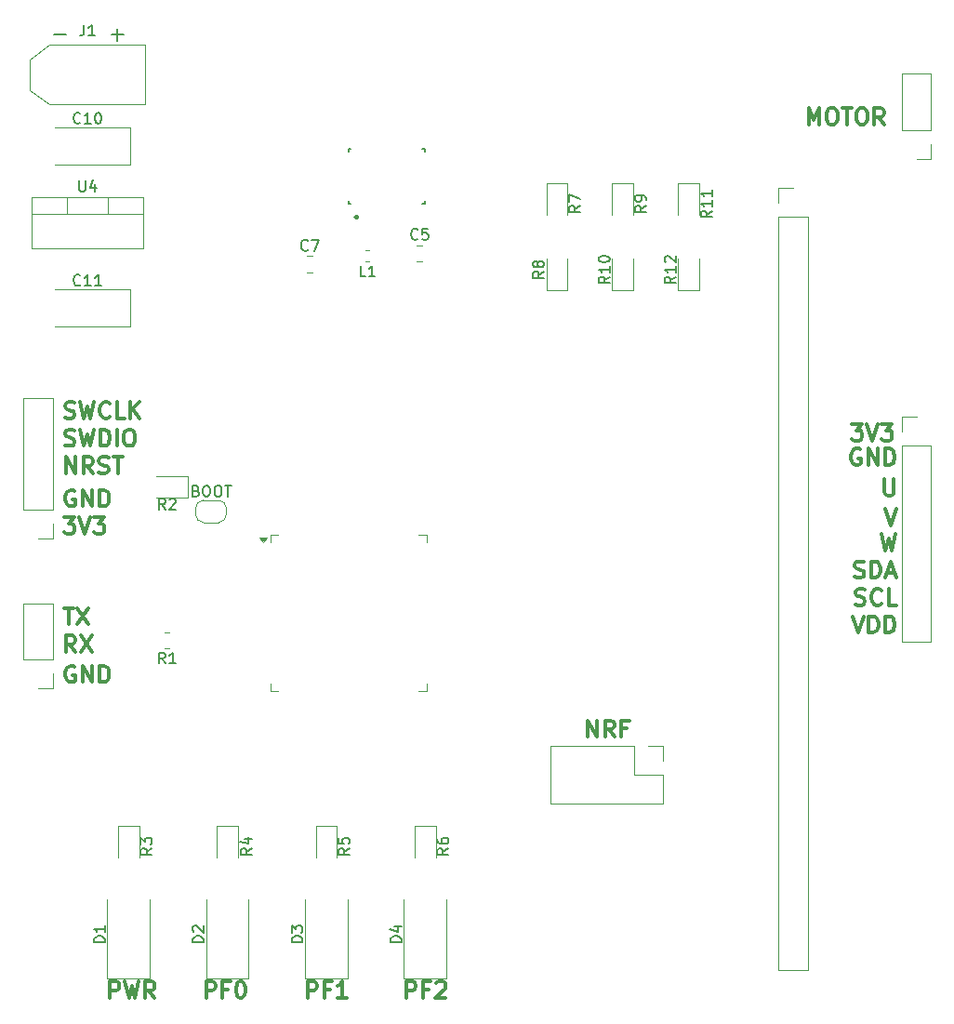
<source format=gbr>
%TF.GenerationSoftware,KiCad,Pcbnew,8.0.7*%
%TF.CreationDate,2025-04-02T17:47:29-05:00*%
%TF.ProjectId,FinalBoard,46696e61-6c42-46f6-9172-642e6b696361,rev?*%
%TF.SameCoordinates,Original*%
%TF.FileFunction,Legend,Top*%
%TF.FilePolarity,Positive*%
%FSLAX46Y46*%
G04 Gerber Fmt 4.6, Leading zero omitted, Abs format (unit mm)*
G04 Created by KiCad (PCBNEW 8.0.7) date 2025-04-02 17:47:29*
%MOMM*%
%LPD*%
G01*
G04 APERTURE LIST*
%ADD10C,0.300000*%
%ADD11C,0.150000*%
%ADD12C,0.120000*%
%ADD13C,0.250000*%
G04 APERTURE END LIST*
D10*
X187659773Y-60050828D02*
X187659773Y-58550828D01*
X187659773Y-58550828D02*
X188159773Y-59622257D01*
X188159773Y-59622257D02*
X188659773Y-58550828D01*
X188659773Y-58550828D02*
X188659773Y-60050828D01*
X189659774Y-58550828D02*
X189945488Y-58550828D01*
X189945488Y-58550828D02*
X190088345Y-58622257D01*
X190088345Y-58622257D02*
X190231202Y-58765114D01*
X190231202Y-58765114D02*
X190302631Y-59050828D01*
X190302631Y-59050828D02*
X190302631Y-59550828D01*
X190302631Y-59550828D02*
X190231202Y-59836542D01*
X190231202Y-59836542D02*
X190088345Y-59979400D01*
X190088345Y-59979400D02*
X189945488Y-60050828D01*
X189945488Y-60050828D02*
X189659774Y-60050828D01*
X189659774Y-60050828D02*
X189516917Y-59979400D01*
X189516917Y-59979400D02*
X189374059Y-59836542D01*
X189374059Y-59836542D02*
X189302631Y-59550828D01*
X189302631Y-59550828D02*
X189302631Y-59050828D01*
X189302631Y-59050828D02*
X189374059Y-58765114D01*
X189374059Y-58765114D02*
X189516917Y-58622257D01*
X189516917Y-58622257D02*
X189659774Y-58550828D01*
X190731203Y-58550828D02*
X191588346Y-58550828D01*
X191159774Y-60050828D02*
X191159774Y-58550828D01*
X192374060Y-58550828D02*
X192659774Y-58550828D01*
X192659774Y-58550828D02*
X192802631Y-58622257D01*
X192802631Y-58622257D02*
X192945488Y-58765114D01*
X192945488Y-58765114D02*
X193016917Y-59050828D01*
X193016917Y-59050828D02*
X193016917Y-59550828D01*
X193016917Y-59550828D02*
X192945488Y-59836542D01*
X192945488Y-59836542D02*
X192802631Y-59979400D01*
X192802631Y-59979400D02*
X192659774Y-60050828D01*
X192659774Y-60050828D02*
X192374060Y-60050828D01*
X192374060Y-60050828D02*
X192231203Y-59979400D01*
X192231203Y-59979400D02*
X192088345Y-59836542D01*
X192088345Y-59836542D02*
X192016917Y-59550828D01*
X192016917Y-59550828D02*
X192016917Y-59050828D01*
X192016917Y-59050828D02*
X192088345Y-58765114D01*
X192088345Y-58765114D02*
X192231203Y-58622257D01*
X192231203Y-58622257D02*
X192374060Y-58550828D01*
X194516917Y-60050828D02*
X194016917Y-59336542D01*
X193659774Y-60050828D02*
X193659774Y-58550828D01*
X193659774Y-58550828D02*
X194231203Y-58550828D01*
X194231203Y-58550828D02*
X194374060Y-58622257D01*
X194374060Y-58622257D02*
X194445489Y-58693685D01*
X194445489Y-58693685D02*
X194516917Y-58836542D01*
X194516917Y-58836542D02*
X194516917Y-59050828D01*
X194516917Y-59050828D02*
X194445489Y-59193685D01*
X194445489Y-59193685D02*
X194374060Y-59265114D01*
X194374060Y-59265114D02*
X194231203Y-59336542D01*
X194231203Y-59336542D02*
X193659774Y-59336542D01*
X191659775Y-104800828D02*
X192159775Y-106300828D01*
X192159775Y-106300828D02*
X192659775Y-104800828D01*
X193159774Y-106300828D02*
X193159774Y-104800828D01*
X193159774Y-104800828D02*
X193516917Y-104800828D01*
X193516917Y-104800828D02*
X193731203Y-104872257D01*
X193731203Y-104872257D02*
X193874060Y-105015114D01*
X193874060Y-105015114D02*
X193945489Y-105157971D01*
X193945489Y-105157971D02*
X194016917Y-105443685D01*
X194016917Y-105443685D02*
X194016917Y-105657971D01*
X194016917Y-105657971D02*
X193945489Y-105943685D01*
X193945489Y-105943685D02*
X193874060Y-106086542D01*
X193874060Y-106086542D02*
X193731203Y-106229400D01*
X193731203Y-106229400D02*
X193516917Y-106300828D01*
X193516917Y-106300828D02*
X193159774Y-106300828D01*
X194659774Y-106300828D02*
X194659774Y-104800828D01*
X194659774Y-104800828D02*
X195016917Y-104800828D01*
X195016917Y-104800828D02*
X195231203Y-104872257D01*
X195231203Y-104872257D02*
X195374060Y-105015114D01*
X195374060Y-105015114D02*
X195445489Y-105157971D01*
X195445489Y-105157971D02*
X195516917Y-105443685D01*
X195516917Y-105443685D02*
X195516917Y-105657971D01*
X195516917Y-105657971D02*
X195445489Y-105943685D01*
X195445489Y-105943685D02*
X195374060Y-106086542D01*
X195374060Y-106086542D02*
X195231203Y-106229400D01*
X195231203Y-106229400D02*
X195016917Y-106300828D01*
X195016917Y-106300828D02*
X194659774Y-106300828D01*
X191945489Y-103729400D02*
X192159775Y-103800828D01*
X192159775Y-103800828D02*
X192516917Y-103800828D01*
X192516917Y-103800828D02*
X192659775Y-103729400D01*
X192659775Y-103729400D02*
X192731203Y-103657971D01*
X192731203Y-103657971D02*
X192802632Y-103515114D01*
X192802632Y-103515114D02*
X192802632Y-103372257D01*
X192802632Y-103372257D02*
X192731203Y-103229400D01*
X192731203Y-103229400D02*
X192659775Y-103157971D01*
X192659775Y-103157971D02*
X192516917Y-103086542D01*
X192516917Y-103086542D02*
X192231203Y-103015114D01*
X192231203Y-103015114D02*
X192088346Y-102943685D01*
X192088346Y-102943685D02*
X192016917Y-102872257D01*
X192016917Y-102872257D02*
X191945489Y-102729400D01*
X191945489Y-102729400D02*
X191945489Y-102586542D01*
X191945489Y-102586542D02*
X192016917Y-102443685D01*
X192016917Y-102443685D02*
X192088346Y-102372257D01*
X192088346Y-102372257D02*
X192231203Y-102300828D01*
X192231203Y-102300828D02*
X192588346Y-102300828D01*
X192588346Y-102300828D02*
X192802632Y-102372257D01*
X194302631Y-103657971D02*
X194231203Y-103729400D01*
X194231203Y-103729400D02*
X194016917Y-103800828D01*
X194016917Y-103800828D02*
X193874060Y-103800828D01*
X193874060Y-103800828D02*
X193659774Y-103729400D01*
X193659774Y-103729400D02*
X193516917Y-103586542D01*
X193516917Y-103586542D02*
X193445488Y-103443685D01*
X193445488Y-103443685D02*
X193374060Y-103157971D01*
X193374060Y-103157971D02*
X193374060Y-102943685D01*
X193374060Y-102943685D02*
X193445488Y-102657971D01*
X193445488Y-102657971D02*
X193516917Y-102515114D01*
X193516917Y-102515114D02*
X193659774Y-102372257D01*
X193659774Y-102372257D02*
X193874060Y-102300828D01*
X193874060Y-102300828D02*
X194016917Y-102300828D01*
X194016917Y-102300828D02*
X194231203Y-102372257D01*
X194231203Y-102372257D02*
X194302631Y-102443685D01*
X195659774Y-103800828D02*
X194945488Y-103800828D01*
X194945488Y-103800828D02*
X194945488Y-102300828D01*
X191874061Y-101229400D02*
X192088347Y-101300828D01*
X192088347Y-101300828D02*
X192445489Y-101300828D01*
X192445489Y-101300828D02*
X192588347Y-101229400D01*
X192588347Y-101229400D02*
X192659775Y-101157971D01*
X192659775Y-101157971D02*
X192731204Y-101015114D01*
X192731204Y-101015114D02*
X192731204Y-100872257D01*
X192731204Y-100872257D02*
X192659775Y-100729400D01*
X192659775Y-100729400D02*
X192588347Y-100657971D01*
X192588347Y-100657971D02*
X192445489Y-100586542D01*
X192445489Y-100586542D02*
X192159775Y-100515114D01*
X192159775Y-100515114D02*
X192016918Y-100443685D01*
X192016918Y-100443685D02*
X191945489Y-100372257D01*
X191945489Y-100372257D02*
X191874061Y-100229400D01*
X191874061Y-100229400D02*
X191874061Y-100086542D01*
X191874061Y-100086542D02*
X191945489Y-99943685D01*
X191945489Y-99943685D02*
X192016918Y-99872257D01*
X192016918Y-99872257D02*
X192159775Y-99800828D01*
X192159775Y-99800828D02*
X192516918Y-99800828D01*
X192516918Y-99800828D02*
X192731204Y-99872257D01*
X193374060Y-101300828D02*
X193374060Y-99800828D01*
X193374060Y-99800828D02*
X193731203Y-99800828D01*
X193731203Y-99800828D02*
X193945489Y-99872257D01*
X193945489Y-99872257D02*
X194088346Y-100015114D01*
X194088346Y-100015114D02*
X194159775Y-100157971D01*
X194159775Y-100157971D02*
X194231203Y-100443685D01*
X194231203Y-100443685D02*
X194231203Y-100657971D01*
X194231203Y-100657971D02*
X194159775Y-100943685D01*
X194159775Y-100943685D02*
X194088346Y-101086542D01*
X194088346Y-101086542D02*
X193945489Y-101229400D01*
X193945489Y-101229400D02*
X193731203Y-101300828D01*
X193731203Y-101300828D02*
X193374060Y-101300828D01*
X194802632Y-100872257D02*
X195516918Y-100872257D01*
X194659775Y-101300828D02*
X195159775Y-99800828D01*
X195159775Y-99800828D02*
X195659775Y-101300828D01*
X194302631Y-97300828D02*
X194659774Y-98800828D01*
X194659774Y-98800828D02*
X194945488Y-97729400D01*
X194945488Y-97729400D02*
X195231203Y-98800828D01*
X195231203Y-98800828D02*
X195588346Y-97300828D01*
X194659775Y-95050828D02*
X195159775Y-96550828D01*
X195159775Y-96550828D02*
X195659775Y-95050828D01*
X194588345Y-92300828D02*
X194588345Y-93515114D01*
X194588345Y-93515114D02*
X194659774Y-93657971D01*
X194659774Y-93657971D02*
X194731203Y-93729400D01*
X194731203Y-93729400D02*
X194874060Y-93800828D01*
X194874060Y-93800828D02*
X195159774Y-93800828D01*
X195159774Y-93800828D02*
X195302631Y-93729400D01*
X195302631Y-93729400D02*
X195374060Y-93657971D01*
X195374060Y-93657971D02*
X195445488Y-93515114D01*
X195445488Y-93515114D02*
X195445488Y-92300828D01*
X192374060Y-89622257D02*
X192231203Y-89550828D01*
X192231203Y-89550828D02*
X192016917Y-89550828D01*
X192016917Y-89550828D02*
X191802631Y-89622257D01*
X191802631Y-89622257D02*
X191659774Y-89765114D01*
X191659774Y-89765114D02*
X191588345Y-89907971D01*
X191588345Y-89907971D02*
X191516917Y-90193685D01*
X191516917Y-90193685D02*
X191516917Y-90407971D01*
X191516917Y-90407971D02*
X191588345Y-90693685D01*
X191588345Y-90693685D02*
X191659774Y-90836542D01*
X191659774Y-90836542D02*
X191802631Y-90979400D01*
X191802631Y-90979400D02*
X192016917Y-91050828D01*
X192016917Y-91050828D02*
X192159774Y-91050828D01*
X192159774Y-91050828D02*
X192374060Y-90979400D01*
X192374060Y-90979400D02*
X192445488Y-90907971D01*
X192445488Y-90907971D02*
X192445488Y-90407971D01*
X192445488Y-90407971D02*
X192159774Y-90407971D01*
X193088345Y-91050828D02*
X193088345Y-89550828D01*
X193088345Y-89550828D02*
X193945488Y-91050828D01*
X193945488Y-91050828D02*
X193945488Y-89550828D01*
X194659774Y-91050828D02*
X194659774Y-89550828D01*
X194659774Y-89550828D02*
X195016917Y-89550828D01*
X195016917Y-89550828D02*
X195231203Y-89622257D01*
X195231203Y-89622257D02*
X195374060Y-89765114D01*
X195374060Y-89765114D02*
X195445489Y-89907971D01*
X195445489Y-89907971D02*
X195516917Y-90193685D01*
X195516917Y-90193685D02*
X195516917Y-90407971D01*
X195516917Y-90407971D02*
X195445489Y-90693685D01*
X195445489Y-90693685D02*
X195374060Y-90836542D01*
X195374060Y-90836542D02*
X195231203Y-90979400D01*
X195231203Y-90979400D02*
X195016917Y-91050828D01*
X195016917Y-91050828D02*
X194659774Y-91050828D01*
X191624061Y-87300828D02*
X192552633Y-87300828D01*
X192552633Y-87300828D02*
X192052633Y-87872257D01*
X192052633Y-87872257D02*
X192266918Y-87872257D01*
X192266918Y-87872257D02*
X192409776Y-87943685D01*
X192409776Y-87943685D02*
X192481204Y-88015114D01*
X192481204Y-88015114D02*
X192552633Y-88157971D01*
X192552633Y-88157971D02*
X192552633Y-88515114D01*
X192552633Y-88515114D02*
X192481204Y-88657971D01*
X192481204Y-88657971D02*
X192409776Y-88729400D01*
X192409776Y-88729400D02*
X192266918Y-88800828D01*
X192266918Y-88800828D02*
X191838347Y-88800828D01*
X191838347Y-88800828D02*
X191695490Y-88729400D01*
X191695490Y-88729400D02*
X191624061Y-88657971D01*
X192981204Y-87300828D02*
X193481204Y-88800828D01*
X193481204Y-88800828D02*
X193981204Y-87300828D01*
X194338346Y-87300828D02*
X195266918Y-87300828D01*
X195266918Y-87300828D02*
X194766918Y-87872257D01*
X194766918Y-87872257D02*
X194981203Y-87872257D01*
X194981203Y-87872257D02*
X195124061Y-87943685D01*
X195124061Y-87943685D02*
X195195489Y-88015114D01*
X195195489Y-88015114D02*
X195266918Y-88157971D01*
X195266918Y-88157971D02*
X195266918Y-88515114D01*
X195266918Y-88515114D02*
X195195489Y-88657971D01*
X195195489Y-88657971D02*
X195124061Y-88729400D01*
X195124061Y-88729400D02*
X194981203Y-88800828D01*
X194981203Y-88800828D02*
X194552632Y-88800828D01*
X194552632Y-88800828D02*
X194409775Y-88729400D01*
X194409775Y-88729400D02*
X194338346Y-88657971D01*
X151054510Y-139550828D02*
X151054510Y-138050828D01*
X151054510Y-138050828D02*
X151625939Y-138050828D01*
X151625939Y-138050828D02*
X151768796Y-138122257D01*
X151768796Y-138122257D02*
X151840225Y-138193685D01*
X151840225Y-138193685D02*
X151911653Y-138336542D01*
X151911653Y-138336542D02*
X151911653Y-138550828D01*
X151911653Y-138550828D02*
X151840225Y-138693685D01*
X151840225Y-138693685D02*
X151768796Y-138765114D01*
X151768796Y-138765114D02*
X151625939Y-138836542D01*
X151625939Y-138836542D02*
X151054510Y-138836542D01*
X153054510Y-138765114D02*
X152554510Y-138765114D01*
X152554510Y-139550828D02*
X152554510Y-138050828D01*
X152554510Y-138050828D02*
X153268796Y-138050828D01*
X153768796Y-138193685D02*
X153840224Y-138122257D01*
X153840224Y-138122257D02*
X153983082Y-138050828D01*
X153983082Y-138050828D02*
X154340224Y-138050828D01*
X154340224Y-138050828D02*
X154483082Y-138122257D01*
X154483082Y-138122257D02*
X154554510Y-138193685D01*
X154554510Y-138193685D02*
X154625939Y-138336542D01*
X154625939Y-138336542D02*
X154625939Y-138479400D01*
X154625939Y-138479400D02*
X154554510Y-138693685D01*
X154554510Y-138693685D02*
X153697367Y-139550828D01*
X153697367Y-139550828D02*
X154625939Y-139550828D01*
X142054510Y-139550828D02*
X142054510Y-138050828D01*
X142054510Y-138050828D02*
X142625939Y-138050828D01*
X142625939Y-138050828D02*
X142768796Y-138122257D01*
X142768796Y-138122257D02*
X142840225Y-138193685D01*
X142840225Y-138193685D02*
X142911653Y-138336542D01*
X142911653Y-138336542D02*
X142911653Y-138550828D01*
X142911653Y-138550828D02*
X142840225Y-138693685D01*
X142840225Y-138693685D02*
X142768796Y-138765114D01*
X142768796Y-138765114D02*
X142625939Y-138836542D01*
X142625939Y-138836542D02*
X142054510Y-138836542D01*
X144054510Y-138765114D02*
X143554510Y-138765114D01*
X143554510Y-139550828D02*
X143554510Y-138050828D01*
X143554510Y-138050828D02*
X144268796Y-138050828D01*
X145625939Y-139550828D02*
X144768796Y-139550828D01*
X145197367Y-139550828D02*
X145197367Y-138050828D01*
X145197367Y-138050828D02*
X145054510Y-138265114D01*
X145054510Y-138265114D02*
X144911653Y-138407971D01*
X144911653Y-138407971D02*
X144768796Y-138479400D01*
X132804510Y-139550828D02*
X132804510Y-138050828D01*
X132804510Y-138050828D02*
X133375939Y-138050828D01*
X133375939Y-138050828D02*
X133518796Y-138122257D01*
X133518796Y-138122257D02*
X133590225Y-138193685D01*
X133590225Y-138193685D02*
X133661653Y-138336542D01*
X133661653Y-138336542D02*
X133661653Y-138550828D01*
X133661653Y-138550828D02*
X133590225Y-138693685D01*
X133590225Y-138693685D02*
X133518796Y-138765114D01*
X133518796Y-138765114D02*
X133375939Y-138836542D01*
X133375939Y-138836542D02*
X132804510Y-138836542D01*
X134804510Y-138765114D02*
X134304510Y-138765114D01*
X134304510Y-139550828D02*
X134304510Y-138050828D01*
X134304510Y-138050828D02*
X135018796Y-138050828D01*
X135875939Y-138050828D02*
X136018796Y-138050828D01*
X136018796Y-138050828D02*
X136161653Y-138122257D01*
X136161653Y-138122257D02*
X136233082Y-138193685D01*
X136233082Y-138193685D02*
X136304510Y-138336542D01*
X136304510Y-138336542D02*
X136375939Y-138622257D01*
X136375939Y-138622257D02*
X136375939Y-138979400D01*
X136375939Y-138979400D02*
X136304510Y-139265114D01*
X136304510Y-139265114D02*
X136233082Y-139407971D01*
X136233082Y-139407971D02*
X136161653Y-139479400D01*
X136161653Y-139479400D02*
X136018796Y-139550828D01*
X136018796Y-139550828D02*
X135875939Y-139550828D01*
X135875939Y-139550828D02*
X135733082Y-139479400D01*
X135733082Y-139479400D02*
X135661653Y-139407971D01*
X135661653Y-139407971D02*
X135590224Y-139265114D01*
X135590224Y-139265114D02*
X135518796Y-138979400D01*
X135518796Y-138979400D02*
X135518796Y-138622257D01*
X135518796Y-138622257D02*
X135590224Y-138336542D01*
X135590224Y-138336542D02*
X135661653Y-138193685D01*
X135661653Y-138193685D02*
X135733082Y-138122257D01*
X135733082Y-138122257D02*
X135875939Y-138050828D01*
X124054510Y-139550828D02*
X124054510Y-138050828D01*
X124054510Y-138050828D02*
X124625939Y-138050828D01*
X124625939Y-138050828D02*
X124768796Y-138122257D01*
X124768796Y-138122257D02*
X124840225Y-138193685D01*
X124840225Y-138193685D02*
X124911653Y-138336542D01*
X124911653Y-138336542D02*
X124911653Y-138550828D01*
X124911653Y-138550828D02*
X124840225Y-138693685D01*
X124840225Y-138693685D02*
X124768796Y-138765114D01*
X124768796Y-138765114D02*
X124625939Y-138836542D01*
X124625939Y-138836542D02*
X124054510Y-138836542D01*
X125411653Y-138050828D02*
X125768796Y-139550828D01*
X125768796Y-139550828D02*
X126054510Y-138479400D01*
X126054510Y-138479400D02*
X126340225Y-139550828D01*
X126340225Y-139550828D02*
X126697368Y-138050828D01*
X128125939Y-139550828D02*
X127625939Y-138836542D01*
X127268796Y-139550828D02*
X127268796Y-138050828D01*
X127268796Y-138050828D02*
X127840225Y-138050828D01*
X127840225Y-138050828D02*
X127983082Y-138122257D01*
X127983082Y-138122257D02*
X128054511Y-138193685D01*
X128054511Y-138193685D02*
X128125939Y-138336542D01*
X128125939Y-138336542D02*
X128125939Y-138550828D01*
X128125939Y-138550828D02*
X128054511Y-138693685D01*
X128054511Y-138693685D02*
X127983082Y-138765114D01*
X127983082Y-138765114D02*
X127840225Y-138836542D01*
X127840225Y-138836542D02*
X127268796Y-138836542D01*
X167554510Y-115800828D02*
X167554510Y-114300828D01*
X167554510Y-114300828D02*
X168411653Y-115800828D01*
X168411653Y-115800828D02*
X168411653Y-114300828D01*
X169983082Y-115800828D02*
X169483082Y-115086542D01*
X169125939Y-115800828D02*
X169125939Y-114300828D01*
X169125939Y-114300828D02*
X169697368Y-114300828D01*
X169697368Y-114300828D02*
X169840225Y-114372257D01*
X169840225Y-114372257D02*
X169911654Y-114443685D01*
X169911654Y-114443685D02*
X169983082Y-114586542D01*
X169983082Y-114586542D02*
X169983082Y-114800828D01*
X169983082Y-114800828D02*
X169911654Y-114943685D01*
X169911654Y-114943685D02*
X169840225Y-115015114D01*
X169840225Y-115015114D02*
X169697368Y-115086542D01*
X169697368Y-115086542D02*
X169125939Y-115086542D01*
X171125939Y-115015114D02*
X170625939Y-115015114D01*
X170625939Y-115800828D02*
X170625939Y-114300828D01*
X170625939Y-114300828D02*
X171340225Y-114300828D01*
X120840225Y-109372257D02*
X120697368Y-109300828D01*
X120697368Y-109300828D02*
X120483082Y-109300828D01*
X120483082Y-109300828D02*
X120268796Y-109372257D01*
X120268796Y-109372257D02*
X120125939Y-109515114D01*
X120125939Y-109515114D02*
X120054510Y-109657971D01*
X120054510Y-109657971D02*
X119983082Y-109943685D01*
X119983082Y-109943685D02*
X119983082Y-110157971D01*
X119983082Y-110157971D02*
X120054510Y-110443685D01*
X120054510Y-110443685D02*
X120125939Y-110586542D01*
X120125939Y-110586542D02*
X120268796Y-110729400D01*
X120268796Y-110729400D02*
X120483082Y-110800828D01*
X120483082Y-110800828D02*
X120625939Y-110800828D01*
X120625939Y-110800828D02*
X120840225Y-110729400D01*
X120840225Y-110729400D02*
X120911653Y-110657971D01*
X120911653Y-110657971D02*
X120911653Y-110157971D01*
X120911653Y-110157971D02*
X120625939Y-110157971D01*
X121554510Y-110800828D02*
X121554510Y-109300828D01*
X121554510Y-109300828D02*
X122411653Y-110800828D01*
X122411653Y-110800828D02*
X122411653Y-109300828D01*
X123125939Y-110800828D02*
X123125939Y-109300828D01*
X123125939Y-109300828D02*
X123483082Y-109300828D01*
X123483082Y-109300828D02*
X123697368Y-109372257D01*
X123697368Y-109372257D02*
X123840225Y-109515114D01*
X123840225Y-109515114D02*
X123911654Y-109657971D01*
X123911654Y-109657971D02*
X123983082Y-109943685D01*
X123983082Y-109943685D02*
X123983082Y-110157971D01*
X123983082Y-110157971D02*
X123911654Y-110443685D01*
X123911654Y-110443685D02*
X123840225Y-110586542D01*
X123840225Y-110586542D02*
X123697368Y-110729400D01*
X123697368Y-110729400D02*
X123483082Y-110800828D01*
X123483082Y-110800828D02*
X123125939Y-110800828D01*
X120911653Y-108050828D02*
X120411653Y-107336542D01*
X120054510Y-108050828D02*
X120054510Y-106550828D01*
X120054510Y-106550828D02*
X120625939Y-106550828D01*
X120625939Y-106550828D02*
X120768796Y-106622257D01*
X120768796Y-106622257D02*
X120840225Y-106693685D01*
X120840225Y-106693685D02*
X120911653Y-106836542D01*
X120911653Y-106836542D02*
X120911653Y-107050828D01*
X120911653Y-107050828D02*
X120840225Y-107193685D01*
X120840225Y-107193685D02*
X120768796Y-107265114D01*
X120768796Y-107265114D02*
X120625939Y-107336542D01*
X120625939Y-107336542D02*
X120054510Y-107336542D01*
X121411653Y-106550828D02*
X122411653Y-108050828D01*
X122411653Y-106550828D02*
X121411653Y-108050828D01*
X119840225Y-104050828D02*
X120697368Y-104050828D01*
X120268796Y-105550828D02*
X120268796Y-104050828D01*
X121054510Y-104050828D02*
X122054510Y-105550828D01*
X122054510Y-104050828D02*
X121054510Y-105550828D01*
X119911653Y-95800828D02*
X120840225Y-95800828D01*
X120840225Y-95800828D02*
X120340225Y-96372257D01*
X120340225Y-96372257D02*
X120554510Y-96372257D01*
X120554510Y-96372257D02*
X120697368Y-96443685D01*
X120697368Y-96443685D02*
X120768796Y-96515114D01*
X120768796Y-96515114D02*
X120840225Y-96657971D01*
X120840225Y-96657971D02*
X120840225Y-97015114D01*
X120840225Y-97015114D02*
X120768796Y-97157971D01*
X120768796Y-97157971D02*
X120697368Y-97229400D01*
X120697368Y-97229400D02*
X120554510Y-97300828D01*
X120554510Y-97300828D02*
X120125939Y-97300828D01*
X120125939Y-97300828D02*
X119983082Y-97229400D01*
X119983082Y-97229400D02*
X119911653Y-97157971D01*
X121268796Y-95800828D02*
X121768796Y-97300828D01*
X121768796Y-97300828D02*
X122268796Y-95800828D01*
X122625938Y-95800828D02*
X123554510Y-95800828D01*
X123554510Y-95800828D02*
X123054510Y-96372257D01*
X123054510Y-96372257D02*
X123268795Y-96372257D01*
X123268795Y-96372257D02*
X123411653Y-96443685D01*
X123411653Y-96443685D02*
X123483081Y-96515114D01*
X123483081Y-96515114D02*
X123554510Y-96657971D01*
X123554510Y-96657971D02*
X123554510Y-97015114D01*
X123554510Y-97015114D02*
X123483081Y-97157971D01*
X123483081Y-97157971D02*
X123411653Y-97229400D01*
X123411653Y-97229400D02*
X123268795Y-97300828D01*
X123268795Y-97300828D02*
X122840224Y-97300828D01*
X122840224Y-97300828D02*
X122697367Y-97229400D01*
X122697367Y-97229400D02*
X122625938Y-97157971D01*
X120840225Y-93372257D02*
X120697368Y-93300828D01*
X120697368Y-93300828D02*
X120483082Y-93300828D01*
X120483082Y-93300828D02*
X120268796Y-93372257D01*
X120268796Y-93372257D02*
X120125939Y-93515114D01*
X120125939Y-93515114D02*
X120054510Y-93657971D01*
X120054510Y-93657971D02*
X119983082Y-93943685D01*
X119983082Y-93943685D02*
X119983082Y-94157971D01*
X119983082Y-94157971D02*
X120054510Y-94443685D01*
X120054510Y-94443685D02*
X120125939Y-94586542D01*
X120125939Y-94586542D02*
X120268796Y-94729400D01*
X120268796Y-94729400D02*
X120483082Y-94800828D01*
X120483082Y-94800828D02*
X120625939Y-94800828D01*
X120625939Y-94800828D02*
X120840225Y-94729400D01*
X120840225Y-94729400D02*
X120911653Y-94657971D01*
X120911653Y-94657971D02*
X120911653Y-94157971D01*
X120911653Y-94157971D02*
X120625939Y-94157971D01*
X121554510Y-94800828D02*
X121554510Y-93300828D01*
X121554510Y-93300828D02*
X122411653Y-94800828D01*
X122411653Y-94800828D02*
X122411653Y-93300828D01*
X123125939Y-94800828D02*
X123125939Y-93300828D01*
X123125939Y-93300828D02*
X123483082Y-93300828D01*
X123483082Y-93300828D02*
X123697368Y-93372257D01*
X123697368Y-93372257D02*
X123840225Y-93515114D01*
X123840225Y-93515114D02*
X123911654Y-93657971D01*
X123911654Y-93657971D02*
X123983082Y-93943685D01*
X123983082Y-93943685D02*
X123983082Y-94157971D01*
X123983082Y-94157971D02*
X123911654Y-94443685D01*
X123911654Y-94443685D02*
X123840225Y-94586542D01*
X123840225Y-94586542D02*
X123697368Y-94729400D01*
X123697368Y-94729400D02*
X123483082Y-94800828D01*
X123483082Y-94800828D02*
X123125939Y-94800828D01*
X120054510Y-91800828D02*
X120054510Y-90300828D01*
X120054510Y-90300828D02*
X120911653Y-91800828D01*
X120911653Y-91800828D02*
X120911653Y-90300828D01*
X122483082Y-91800828D02*
X121983082Y-91086542D01*
X121625939Y-91800828D02*
X121625939Y-90300828D01*
X121625939Y-90300828D02*
X122197368Y-90300828D01*
X122197368Y-90300828D02*
X122340225Y-90372257D01*
X122340225Y-90372257D02*
X122411654Y-90443685D01*
X122411654Y-90443685D02*
X122483082Y-90586542D01*
X122483082Y-90586542D02*
X122483082Y-90800828D01*
X122483082Y-90800828D02*
X122411654Y-90943685D01*
X122411654Y-90943685D02*
X122340225Y-91015114D01*
X122340225Y-91015114D02*
X122197368Y-91086542D01*
X122197368Y-91086542D02*
X121625939Y-91086542D01*
X123054511Y-91729400D02*
X123268797Y-91800828D01*
X123268797Y-91800828D02*
X123625939Y-91800828D01*
X123625939Y-91800828D02*
X123768797Y-91729400D01*
X123768797Y-91729400D02*
X123840225Y-91657971D01*
X123840225Y-91657971D02*
X123911654Y-91515114D01*
X123911654Y-91515114D02*
X123911654Y-91372257D01*
X123911654Y-91372257D02*
X123840225Y-91229400D01*
X123840225Y-91229400D02*
X123768797Y-91157971D01*
X123768797Y-91157971D02*
X123625939Y-91086542D01*
X123625939Y-91086542D02*
X123340225Y-91015114D01*
X123340225Y-91015114D02*
X123197368Y-90943685D01*
X123197368Y-90943685D02*
X123125939Y-90872257D01*
X123125939Y-90872257D02*
X123054511Y-90729400D01*
X123054511Y-90729400D02*
X123054511Y-90586542D01*
X123054511Y-90586542D02*
X123125939Y-90443685D01*
X123125939Y-90443685D02*
X123197368Y-90372257D01*
X123197368Y-90372257D02*
X123340225Y-90300828D01*
X123340225Y-90300828D02*
X123697368Y-90300828D01*
X123697368Y-90300828D02*
X123911654Y-90372257D01*
X124340225Y-90300828D02*
X125197368Y-90300828D01*
X124768796Y-91800828D02*
X124768796Y-90300828D01*
X119983082Y-89229400D02*
X120197368Y-89300828D01*
X120197368Y-89300828D02*
X120554510Y-89300828D01*
X120554510Y-89300828D02*
X120697368Y-89229400D01*
X120697368Y-89229400D02*
X120768796Y-89157971D01*
X120768796Y-89157971D02*
X120840225Y-89015114D01*
X120840225Y-89015114D02*
X120840225Y-88872257D01*
X120840225Y-88872257D02*
X120768796Y-88729400D01*
X120768796Y-88729400D02*
X120697368Y-88657971D01*
X120697368Y-88657971D02*
X120554510Y-88586542D01*
X120554510Y-88586542D02*
X120268796Y-88515114D01*
X120268796Y-88515114D02*
X120125939Y-88443685D01*
X120125939Y-88443685D02*
X120054510Y-88372257D01*
X120054510Y-88372257D02*
X119983082Y-88229400D01*
X119983082Y-88229400D02*
X119983082Y-88086542D01*
X119983082Y-88086542D02*
X120054510Y-87943685D01*
X120054510Y-87943685D02*
X120125939Y-87872257D01*
X120125939Y-87872257D02*
X120268796Y-87800828D01*
X120268796Y-87800828D02*
X120625939Y-87800828D01*
X120625939Y-87800828D02*
X120840225Y-87872257D01*
X121340224Y-87800828D02*
X121697367Y-89300828D01*
X121697367Y-89300828D02*
X121983081Y-88229400D01*
X121983081Y-88229400D02*
X122268796Y-89300828D01*
X122268796Y-89300828D02*
X122625939Y-87800828D01*
X123197367Y-89300828D02*
X123197367Y-87800828D01*
X123197367Y-87800828D02*
X123554510Y-87800828D01*
X123554510Y-87800828D02*
X123768796Y-87872257D01*
X123768796Y-87872257D02*
X123911653Y-88015114D01*
X123911653Y-88015114D02*
X123983082Y-88157971D01*
X123983082Y-88157971D02*
X124054510Y-88443685D01*
X124054510Y-88443685D02*
X124054510Y-88657971D01*
X124054510Y-88657971D02*
X123983082Y-88943685D01*
X123983082Y-88943685D02*
X123911653Y-89086542D01*
X123911653Y-89086542D02*
X123768796Y-89229400D01*
X123768796Y-89229400D02*
X123554510Y-89300828D01*
X123554510Y-89300828D02*
X123197367Y-89300828D01*
X124697367Y-89300828D02*
X124697367Y-87800828D01*
X125697368Y-87800828D02*
X125983082Y-87800828D01*
X125983082Y-87800828D02*
X126125939Y-87872257D01*
X126125939Y-87872257D02*
X126268796Y-88015114D01*
X126268796Y-88015114D02*
X126340225Y-88300828D01*
X126340225Y-88300828D02*
X126340225Y-88800828D01*
X126340225Y-88800828D02*
X126268796Y-89086542D01*
X126268796Y-89086542D02*
X126125939Y-89229400D01*
X126125939Y-89229400D02*
X125983082Y-89300828D01*
X125983082Y-89300828D02*
X125697368Y-89300828D01*
X125697368Y-89300828D02*
X125554511Y-89229400D01*
X125554511Y-89229400D02*
X125411653Y-89086542D01*
X125411653Y-89086542D02*
X125340225Y-88800828D01*
X125340225Y-88800828D02*
X125340225Y-88300828D01*
X125340225Y-88300828D02*
X125411653Y-88015114D01*
X125411653Y-88015114D02*
X125554511Y-87872257D01*
X125554511Y-87872257D02*
X125697368Y-87800828D01*
X119983082Y-86729400D02*
X120197368Y-86800828D01*
X120197368Y-86800828D02*
X120554510Y-86800828D01*
X120554510Y-86800828D02*
X120697368Y-86729400D01*
X120697368Y-86729400D02*
X120768796Y-86657971D01*
X120768796Y-86657971D02*
X120840225Y-86515114D01*
X120840225Y-86515114D02*
X120840225Y-86372257D01*
X120840225Y-86372257D02*
X120768796Y-86229400D01*
X120768796Y-86229400D02*
X120697368Y-86157971D01*
X120697368Y-86157971D02*
X120554510Y-86086542D01*
X120554510Y-86086542D02*
X120268796Y-86015114D01*
X120268796Y-86015114D02*
X120125939Y-85943685D01*
X120125939Y-85943685D02*
X120054510Y-85872257D01*
X120054510Y-85872257D02*
X119983082Y-85729400D01*
X119983082Y-85729400D02*
X119983082Y-85586542D01*
X119983082Y-85586542D02*
X120054510Y-85443685D01*
X120054510Y-85443685D02*
X120125939Y-85372257D01*
X120125939Y-85372257D02*
X120268796Y-85300828D01*
X120268796Y-85300828D02*
X120625939Y-85300828D01*
X120625939Y-85300828D02*
X120840225Y-85372257D01*
X121340224Y-85300828D02*
X121697367Y-86800828D01*
X121697367Y-86800828D02*
X121983081Y-85729400D01*
X121983081Y-85729400D02*
X122268796Y-86800828D01*
X122268796Y-86800828D02*
X122625939Y-85300828D01*
X124054510Y-86657971D02*
X123983082Y-86729400D01*
X123983082Y-86729400D02*
X123768796Y-86800828D01*
X123768796Y-86800828D02*
X123625939Y-86800828D01*
X123625939Y-86800828D02*
X123411653Y-86729400D01*
X123411653Y-86729400D02*
X123268796Y-86586542D01*
X123268796Y-86586542D02*
X123197367Y-86443685D01*
X123197367Y-86443685D02*
X123125939Y-86157971D01*
X123125939Y-86157971D02*
X123125939Y-85943685D01*
X123125939Y-85943685D02*
X123197367Y-85657971D01*
X123197367Y-85657971D02*
X123268796Y-85515114D01*
X123268796Y-85515114D02*
X123411653Y-85372257D01*
X123411653Y-85372257D02*
X123625939Y-85300828D01*
X123625939Y-85300828D02*
X123768796Y-85300828D01*
X123768796Y-85300828D02*
X123983082Y-85372257D01*
X123983082Y-85372257D02*
X124054510Y-85443685D01*
X125411653Y-86800828D02*
X124697367Y-86800828D01*
X124697367Y-86800828D02*
X124697367Y-85300828D01*
X125911653Y-86800828D02*
X125911653Y-85300828D01*
X126768796Y-86800828D02*
X126125939Y-85943685D01*
X126768796Y-85300828D02*
X125911653Y-86157971D01*
D11*
X121238095Y-65129819D02*
X121238095Y-65939342D01*
X121238095Y-65939342D02*
X121285714Y-66034580D01*
X121285714Y-66034580D02*
X121333333Y-66082200D01*
X121333333Y-66082200D02*
X121428571Y-66129819D01*
X121428571Y-66129819D02*
X121619047Y-66129819D01*
X121619047Y-66129819D02*
X121714285Y-66082200D01*
X121714285Y-66082200D02*
X121761904Y-66034580D01*
X121761904Y-66034580D02*
X121809523Y-65939342D01*
X121809523Y-65939342D02*
X121809523Y-65129819D01*
X122714285Y-65463152D02*
X122714285Y-66129819D01*
X122476190Y-65082200D02*
X122238095Y-65796485D01*
X122238095Y-65796485D02*
X122857142Y-65796485D01*
X175554819Y-73892857D02*
X175078628Y-74226190D01*
X175554819Y-74464285D02*
X174554819Y-74464285D01*
X174554819Y-74464285D02*
X174554819Y-74083333D01*
X174554819Y-74083333D02*
X174602438Y-73988095D01*
X174602438Y-73988095D02*
X174650057Y-73940476D01*
X174650057Y-73940476D02*
X174745295Y-73892857D01*
X174745295Y-73892857D02*
X174888152Y-73892857D01*
X174888152Y-73892857D02*
X174983390Y-73940476D01*
X174983390Y-73940476D02*
X175031009Y-73988095D01*
X175031009Y-73988095D02*
X175078628Y-74083333D01*
X175078628Y-74083333D02*
X175078628Y-74464285D01*
X175554819Y-72940476D02*
X175554819Y-73511904D01*
X175554819Y-73226190D02*
X174554819Y-73226190D01*
X174554819Y-73226190D02*
X174697676Y-73321428D01*
X174697676Y-73321428D02*
X174792914Y-73416666D01*
X174792914Y-73416666D02*
X174840533Y-73511904D01*
X174650057Y-72559523D02*
X174602438Y-72511904D01*
X174602438Y-72511904D02*
X174554819Y-72416666D01*
X174554819Y-72416666D02*
X174554819Y-72178571D01*
X174554819Y-72178571D02*
X174602438Y-72083333D01*
X174602438Y-72083333D02*
X174650057Y-72035714D01*
X174650057Y-72035714D02*
X174745295Y-71988095D01*
X174745295Y-71988095D02*
X174840533Y-71988095D01*
X174840533Y-71988095D02*
X174983390Y-72035714D01*
X174983390Y-72035714D02*
X175554819Y-72607142D01*
X175554819Y-72607142D02*
X175554819Y-71988095D01*
X178854819Y-67892857D02*
X178378628Y-68226190D01*
X178854819Y-68464285D02*
X177854819Y-68464285D01*
X177854819Y-68464285D02*
X177854819Y-68083333D01*
X177854819Y-68083333D02*
X177902438Y-67988095D01*
X177902438Y-67988095D02*
X177950057Y-67940476D01*
X177950057Y-67940476D02*
X178045295Y-67892857D01*
X178045295Y-67892857D02*
X178188152Y-67892857D01*
X178188152Y-67892857D02*
X178283390Y-67940476D01*
X178283390Y-67940476D02*
X178331009Y-67988095D01*
X178331009Y-67988095D02*
X178378628Y-68083333D01*
X178378628Y-68083333D02*
X178378628Y-68464285D01*
X178854819Y-66940476D02*
X178854819Y-67511904D01*
X178854819Y-67226190D02*
X177854819Y-67226190D01*
X177854819Y-67226190D02*
X177997676Y-67321428D01*
X177997676Y-67321428D02*
X178092914Y-67416666D01*
X178092914Y-67416666D02*
X178140533Y-67511904D01*
X178854819Y-65988095D02*
X178854819Y-66559523D01*
X178854819Y-66273809D02*
X177854819Y-66273809D01*
X177854819Y-66273809D02*
X177997676Y-66369047D01*
X177997676Y-66369047D02*
X178092914Y-66464285D01*
X178092914Y-66464285D02*
X178140533Y-66559523D01*
X169554819Y-73892857D02*
X169078628Y-74226190D01*
X169554819Y-74464285D02*
X168554819Y-74464285D01*
X168554819Y-74464285D02*
X168554819Y-74083333D01*
X168554819Y-74083333D02*
X168602438Y-73988095D01*
X168602438Y-73988095D02*
X168650057Y-73940476D01*
X168650057Y-73940476D02*
X168745295Y-73892857D01*
X168745295Y-73892857D02*
X168888152Y-73892857D01*
X168888152Y-73892857D02*
X168983390Y-73940476D01*
X168983390Y-73940476D02*
X169031009Y-73988095D01*
X169031009Y-73988095D02*
X169078628Y-74083333D01*
X169078628Y-74083333D02*
X169078628Y-74464285D01*
X169554819Y-72940476D02*
X169554819Y-73511904D01*
X169554819Y-73226190D02*
X168554819Y-73226190D01*
X168554819Y-73226190D02*
X168697676Y-73321428D01*
X168697676Y-73321428D02*
X168792914Y-73416666D01*
X168792914Y-73416666D02*
X168840533Y-73511904D01*
X168554819Y-72321428D02*
X168554819Y-72226190D01*
X168554819Y-72226190D02*
X168602438Y-72130952D01*
X168602438Y-72130952D02*
X168650057Y-72083333D01*
X168650057Y-72083333D02*
X168745295Y-72035714D01*
X168745295Y-72035714D02*
X168935771Y-71988095D01*
X168935771Y-71988095D02*
X169173866Y-71988095D01*
X169173866Y-71988095D02*
X169364342Y-72035714D01*
X169364342Y-72035714D02*
X169459580Y-72083333D01*
X169459580Y-72083333D02*
X169507200Y-72130952D01*
X169507200Y-72130952D02*
X169554819Y-72226190D01*
X169554819Y-72226190D02*
X169554819Y-72321428D01*
X169554819Y-72321428D02*
X169507200Y-72416666D01*
X169507200Y-72416666D02*
X169459580Y-72464285D01*
X169459580Y-72464285D02*
X169364342Y-72511904D01*
X169364342Y-72511904D02*
X169173866Y-72559523D01*
X169173866Y-72559523D02*
X168935771Y-72559523D01*
X168935771Y-72559523D02*
X168745295Y-72511904D01*
X168745295Y-72511904D02*
X168650057Y-72464285D01*
X168650057Y-72464285D02*
X168602438Y-72416666D01*
X168602438Y-72416666D02*
X168554819Y-72321428D01*
X172854819Y-67416666D02*
X172378628Y-67749999D01*
X172854819Y-67988094D02*
X171854819Y-67988094D01*
X171854819Y-67988094D02*
X171854819Y-67607142D01*
X171854819Y-67607142D02*
X171902438Y-67511904D01*
X171902438Y-67511904D02*
X171950057Y-67464285D01*
X171950057Y-67464285D02*
X172045295Y-67416666D01*
X172045295Y-67416666D02*
X172188152Y-67416666D01*
X172188152Y-67416666D02*
X172283390Y-67464285D01*
X172283390Y-67464285D02*
X172331009Y-67511904D01*
X172331009Y-67511904D02*
X172378628Y-67607142D01*
X172378628Y-67607142D02*
X172378628Y-67988094D01*
X172854819Y-66940475D02*
X172854819Y-66749999D01*
X172854819Y-66749999D02*
X172807200Y-66654761D01*
X172807200Y-66654761D02*
X172759580Y-66607142D01*
X172759580Y-66607142D02*
X172616723Y-66511904D01*
X172616723Y-66511904D02*
X172426247Y-66464285D01*
X172426247Y-66464285D02*
X172045295Y-66464285D01*
X172045295Y-66464285D02*
X171950057Y-66511904D01*
X171950057Y-66511904D02*
X171902438Y-66559523D01*
X171902438Y-66559523D02*
X171854819Y-66654761D01*
X171854819Y-66654761D02*
X171854819Y-66845237D01*
X171854819Y-66845237D02*
X171902438Y-66940475D01*
X171902438Y-66940475D02*
X171950057Y-66988094D01*
X171950057Y-66988094D02*
X172045295Y-67035713D01*
X172045295Y-67035713D02*
X172283390Y-67035713D01*
X172283390Y-67035713D02*
X172378628Y-66988094D01*
X172378628Y-66988094D02*
X172426247Y-66940475D01*
X172426247Y-66940475D02*
X172473866Y-66845237D01*
X172473866Y-66845237D02*
X172473866Y-66654761D01*
X172473866Y-66654761D02*
X172426247Y-66559523D01*
X172426247Y-66559523D02*
X172378628Y-66511904D01*
X172378628Y-66511904D02*
X172283390Y-66464285D01*
X163554819Y-73416666D02*
X163078628Y-73749999D01*
X163554819Y-73988094D02*
X162554819Y-73988094D01*
X162554819Y-73988094D02*
X162554819Y-73607142D01*
X162554819Y-73607142D02*
X162602438Y-73511904D01*
X162602438Y-73511904D02*
X162650057Y-73464285D01*
X162650057Y-73464285D02*
X162745295Y-73416666D01*
X162745295Y-73416666D02*
X162888152Y-73416666D01*
X162888152Y-73416666D02*
X162983390Y-73464285D01*
X162983390Y-73464285D02*
X163031009Y-73511904D01*
X163031009Y-73511904D02*
X163078628Y-73607142D01*
X163078628Y-73607142D02*
X163078628Y-73988094D01*
X162983390Y-72845237D02*
X162935771Y-72940475D01*
X162935771Y-72940475D02*
X162888152Y-72988094D01*
X162888152Y-72988094D02*
X162792914Y-73035713D01*
X162792914Y-73035713D02*
X162745295Y-73035713D01*
X162745295Y-73035713D02*
X162650057Y-72988094D01*
X162650057Y-72988094D02*
X162602438Y-72940475D01*
X162602438Y-72940475D02*
X162554819Y-72845237D01*
X162554819Y-72845237D02*
X162554819Y-72654761D01*
X162554819Y-72654761D02*
X162602438Y-72559523D01*
X162602438Y-72559523D02*
X162650057Y-72511904D01*
X162650057Y-72511904D02*
X162745295Y-72464285D01*
X162745295Y-72464285D02*
X162792914Y-72464285D01*
X162792914Y-72464285D02*
X162888152Y-72511904D01*
X162888152Y-72511904D02*
X162935771Y-72559523D01*
X162935771Y-72559523D02*
X162983390Y-72654761D01*
X162983390Y-72654761D02*
X162983390Y-72845237D01*
X162983390Y-72845237D02*
X163031009Y-72940475D01*
X163031009Y-72940475D02*
X163078628Y-72988094D01*
X163078628Y-72988094D02*
X163173866Y-73035713D01*
X163173866Y-73035713D02*
X163364342Y-73035713D01*
X163364342Y-73035713D02*
X163459580Y-72988094D01*
X163459580Y-72988094D02*
X163507200Y-72940475D01*
X163507200Y-72940475D02*
X163554819Y-72845237D01*
X163554819Y-72845237D02*
X163554819Y-72654761D01*
X163554819Y-72654761D02*
X163507200Y-72559523D01*
X163507200Y-72559523D02*
X163459580Y-72511904D01*
X163459580Y-72511904D02*
X163364342Y-72464285D01*
X163364342Y-72464285D02*
X163173866Y-72464285D01*
X163173866Y-72464285D02*
X163078628Y-72511904D01*
X163078628Y-72511904D02*
X163031009Y-72559523D01*
X163031009Y-72559523D02*
X162983390Y-72654761D01*
X166854819Y-67416666D02*
X166378628Y-67749999D01*
X166854819Y-67988094D02*
X165854819Y-67988094D01*
X165854819Y-67988094D02*
X165854819Y-67607142D01*
X165854819Y-67607142D02*
X165902438Y-67511904D01*
X165902438Y-67511904D02*
X165950057Y-67464285D01*
X165950057Y-67464285D02*
X166045295Y-67416666D01*
X166045295Y-67416666D02*
X166188152Y-67416666D01*
X166188152Y-67416666D02*
X166283390Y-67464285D01*
X166283390Y-67464285D02*
X166331009Y-67511904D01*
X166331009Y-67511904D02*
X166378628Y-67607142D01*
X166378628Y-67607142D02*
X166378628Y-67988094D01*
X165854819Y-67083332D02*
X165854819Y-66416666D01*
X165854819Y-66416666D02*
X166854819Y-66845237D01*
X154854819Y-125916666D02*
X154378628Y-126249999D01*
X154854819Y-126488094D02*
X153854819Y-126488094D01*
X153854819Y-126488094D02*
X153854819Y-126107142D01*
X153854819Y-126107142D02*
X153902438Y-126011904D01*
X153902438Y-126011904D02*
X153950057Y-125964285D01*
X153950057Y-125964285D02*
X154045295Y-125916666D01*
X154045295Y-125916666D02*
X154188152Y-125916666D01*
X154188152Y-125916666D02*
X154283390Y-125964285D01*
X154283390Y-125964285D02*
X154331009Y-126011904D01*
X154331009Y-126011904D02*
X154378628Y-126107142D01*
X154378628Y-126107142D02*
X154378628Y-126488094D01*
X153854819Y-125059523D02*
X153854819Y-125249999D01*
X153854819Y-125249999D02*
X153902438Y-125345237D01*
X153902438Y-125345237D02*
X153950057Y-125392856D01*
X153950057Y-125392856D02*
X154092914Y-125488094D01*
X154092914Y-125488094D02*
X154283390Y-125535713D01*
X154283390Y-125535713D02*
X154664342Y-125535713D01*
X154664342Y-125535713D02*
X154759580Y-125488094D01*
X154759580Y-125488094D02*
X154807200Y-125440475D01*
X154807200Y-125440475D02*
X154854819Y-125345237D01*
X154854819Y-125345237D02*
X154854819Y-125154761D01*
X154854819Y-125154761D02*
X154807200Y-125059523D01*
X154807200Y-125059523D02*
X154759580Y-125011904D01*
X154759580Y-125011904D02*
X154664342Y-124964285D01*
X154664342Y-124964285D02*
X154426247Y-124964285D01*
X154426247Y-124964285D02*
X154331009Y-125011904D01*
X154331009Y-125011904D02*
X154283390Y-125059523D01*
X154283390Y-125059523D02*
X154235771Y-125154761D01*
X154235771Y-125154761D02*
X154235771Y-125345237D01*
X154235771Y-125345237D02*
X154283390Y-125440475D01*
X154283390Y-125440475D02*
X154331009Y-125488094D01*
X154331009Y-125488094D02*
X154426247Y-125535713D01*
X145854819Y-125916666D02*
X145378628Y-126249999D01*
X145854819Y-126488094D02*
X144854819Y-126488094D01*
X144854819Y-126488094D02*
X144854819Y-126107142D01*
X144854819Y-126107142D02*
X144902438Y-126011904D01*
X144902438Y-126011904D02*
X144950057Y-125964285D01*
X144950057Y-125964285D02*
X145045295Y-125916666D01*
X145045295Y-125916666D02*
X145188152Y-125916666D01*
X145188152Y-125916666D02*
X145283390Y-125964285D01*
X145283390Y-125964285D02*
X145331009Y-126011904D01*
X145331009Y-126011904D02*
X145378628Y-126107142D01*
X145378628Y-126107142D02*
X145378628Y-126488094D01*
X144854819Y-125011904D02*
X144854819Y-125488094D01*
X144854819Y-125488094D02*
X145331009Y-125535713D01*
X145331009Y-125535713D02*
X145283390Y-125488094D01*
X145283390Y-125488094D02*
X145235771Y-125392856D01*
X145235771Y-125392856D02*
X145235771Y-125154761D01*
X145235771Y-125154761D02*
X145283390Y-125059523D01*
X145283390Y-125059523D02*
X145331009Y-125011904D01*
X145331009Y-125011904D02*
X145426247Y-124964285D01*
X145426247Y-124964285D02*
X145664342Y-124964285D01*
X145664342Y-124964285D02*
X145759580Y-125011904D01*
X145759580Y-125011904D02*
X145807200Y-125059523D01*
X145807200Y-125059523D02*
X145854819Y-125154761D01*
X145854819Y-125154761D02*
X145854819Y-125392856D01*
X145854819Y-125392856D02*
X145807200Y-125488094D01*
X145807200Y-125488094D02*
X145759580Y-125535713D01*
X136954819Y-125916666D02*
X136478628Y-126249999D01*
X136954819Y-126488094D02*
X135954819Y-126488094D01*
X135954819Y-126488094D02*
X135954819Y-126107142D01*
X135954819Y-126107142D02*
X136002438Y-126011904D01*
X136002438Y-126011904D02*
X136050057Y-125964285D01*
X136050057Y-125964285D02*
X136145295Y-125916666D01*
X136145295Y-125916666D02*
X136288152Y-125916666D01*
X136288152Y-125916666D02*
X136383390Y-125964285D01*
X136383390Y-125964285D02*
X136431009Y-126011904D01*
X136431009Y-126011904D02*
X136478628Y-126107142D01*
X136478628Y-126107142D02*
X136478628Y-126488094D01*
X136288152Y-125059523D02*
X136954819Y-125059523D01*
X135907200Y-125297618D02*
X136621485Y-125535713D01*
X136621485Y-125535713D02*
X136621485Y-124916666D01*
X127854819Y-125916666D02*
X127378628Y-126249999D01*
X127854819Y-126488094D02*
X126854819Y-126488094D01*
X126854819Y-126488094D02*
X126854819Y-126107142D01*
X126854819Y-126107142D02*
X126902438Y-126011904D01*
X126902438Y-126011904D02*
X126950057Y-125964285D01*
X126950057Y-125964285D02*
X127045295Y-125916666D01*
X127045295Y-125916666D02*
X127188152Y-125916666D01*
X127188152Y-125916666D02*
X127283390Y-125964285D01*
X127283390Y-125964285D02*
X127331009Y-126011904D01*
X127331009Y-126011904D02*
X127378628Y-126107142D01*
X127378628Y-126107142D02*
X127378628Y-126488094D01*
X126854819Y-125583332D02*
X126854819Y-124964285D01*
X126854819Y-124964285D02*
X127235771Y-125297618D01*
X127235771Y-125297618D02*
X127235771Y-125154761D01*
X127235771Y-125154761D02*
X127283390Y-125059523D01*
X127283390Y-125059523D02*
X127331009Y-125011904D01*
X127331009Y-125011904D02*
X127426247Y-124964285D01*
X127426247Y-124964285D02*
X127664342Y-124964285D01*
X127664342Y-124964285D02*
X127759580Y-125011904D01*
X127759580Y-125011904D02*
X127807200Y-125059523D01*
X127807200Y-125059523D02*
X127854819Y-125154761D01*
X127854819Y-125154761D02*
X127854819Y-125440475D01*
X127854819Y-125440475D02*
X127807200Y-125535713D01*
X127807200Y-125535713D02*
X127759580Y-125583332D01*
X129083333Y-95104819D02*
X128750000Y-94628628D01*
X128511905Y-95104819D02*
X128511905Y-94104819D01*
X128511905Y-94104819D02*
X128892857Y-94104819D01*
X128892857Y-94104819D02*
X128988095Y-94152438D01*
X128988095Y-94152438D02*
X129035714Y-94200057D01*
X129035714Y-94200057D02*
X129083333Y-94295295D01*
X129083333Y-94295295D02*
X129083333Y-94438152D01*
X129083333Y-94438152D02*
X129035714Y-94533390D01*
X129035714Y-94533390D02*
X128988095Y-94581009D01*
X128988095Y-94581009D02*
X128892857Y-94628628D01*
X128892857Y-94628628D02*
X128511905Y-94628628D01*
X129464286Y-94200057D02*
X129511905Y-94152438D01*
X129511905Y-94152438D02*
X129607143Y-94104819D01*
X129607143Y-94104819D02*
X129845238Y-94104819D01*
X129845238Y-94104819D02*
X129940476Y-94152438D01*
X129940476Y-94152438D02*
X129988095Y-94200057D01*
X129988095Y-94200057D02*
X130035714Y-94295295D01*
X130035714Y-94295295D02*
X130035714Y-94390533D01*
X130035714Y-94390533D02*
X129988095Y-94533390D01*
X129988095Y-94533390D02*
X129416667Y-95104819D01*
X129416667Y-95104819D02*
X130035714Y-95104819D01*
X129083333Y-109104819D02*
X128750000Y-108628628D01*
X128511905Y-109104819D02*
X128511905Y-108104819D01*
X128511905Y-108104819D02*
X128892857Y-108104819D01*
X128892857Y-108104819D02*
X128988095Y-108152438D01*
X128988095Y-108152438D02*
X129035714Y-108200057D01*
X129035714Y-108200057D02*
X129083333Y-108295295D01*
X129083333Y-108295295D02*
X129083333Y-108438152D01*
X129083333Y-108438152D02*
X129035714Y-108533390D01*
X129035714Y-108533390D02*
X128988095Y-108581009D01*
X128988095Y-108581009D02*
X128892857Y-108628628D01*
X128892857Y-108628628D02*
X128511905Y-108628628D01*
X130035714Y-109104819D02*
X129464286Y-109104819D01*
X129750000Y-109104819D02*
X129750000Y-108104819D01*
X129750000Y-108104819D02*
X129654762Y-108247676D01*
X129654762Y-108247676D02*
X129559524Y-108342914D01*
X129559524Y-108342914D02*
X129464286Y-108390533D01*
X147333333Y-73884819D02*
X146857143Y-73884819D01*
X146857143Y-73884819D02*
X146857143Y-72884819D01*
X148190476Y-73884819D02*
X147619048Y-73884819D01*
X147904762Y-73884819D02*
X147904762Y-72884819D01*
X147904762Y-72884819D02*
X147809524Y-73027676D01*
X147809524Y-73027676D02*
X147714286Y-73122914D01*
X147714286Y-73122914D02*
X147619048Y-73170533D01*
X131892857Y-93381009D02*
X132035714Y-93428628D01*
X132035714Y-93428628D02*
X132083333Y-93476247D01*
X132083333Y-93476247D02*
X132130952Y-93571485D01*
X132130952Y-93571485D02*
X132130952Y-93714342D01*
X132130952Y-93714342D02*
X132083333Y-93809580D01*
X132083333Y-93809580D02*
X132035714Y-93857200D01*
X132035714Y-93857200D02*
X131940476Y-93904819D01*
X131940476Y-93904819D02*
X131559524Y-93904819D01*
X131559524Y-93904819D02*
X131559524Y-92904819D01*
X131559524Y-92904819D02*
X131892857Y-92904819D01*
X131892857Y-92904819D02*
X131988095Y-92952438D01*
X131988095Y-92952438D02*
X132035714Y-93000057D01*
X132035714Y-93000057D02*
X132083333Y-93095295D01*
X132083333Y-93095295D02*
X132083333Y-93190533D01*
X132083333Y-93190533D02*
X132035714Y-93285771D01*
X132035714Y-93285771D02*
X131988095Y-93333390D01*
X131988095Y-93333390D02*
X131892857Y-93381009D01*
X131892857Y-93381009D02*
X131559524Y-93381009D01*
X132750000Y-92904819D02*
X132940476Y-92904819D01*
X132940476Y-92904819D02*
X133035714Y-92952438D01*
X133035714Y-92952438D02*
X133130952Y-93047676D01*
X133130952Y-93047676D02*
X133178571Y-93238152D01*
X133178571Y-93238152D02*
X133178571Y-93571485D01*
X133178571Y-93571485D02*
X133130952Y-93761961D01*
X133130952Y-93761961D02*
X133035714Y-93857200D01*
X133035714Y-93857200D02*
X132940476Y-93904819D01*
X132940476Y-93904819D02*
X132750000Y-93904819D01*
X132750000Y-93904819D02*
X132654762Y-93857200D01*
X132654762Y-93857200D02*
X132559524Y-93761961D01*
X132559524Y-93761961D02*
X132511905Y-93571485D01*
X132511905Y-93571485D02*
X132511905Y-93238152D01*
X132511905Y-93238152D02*
X132559524Y-93047676D01*
X132559524Y-93047676D02*
X132654762Y-92952438D01*
X132654762Y-92952438D02*
X132750000Y-92904819D01*
X133797619Y-92904819D02*
X133988095Y-92904819D01*
X133988095Y-92904819D02*
X134083333Y-92952438D01*
X134083333Y-92952438D02*
X134178571Y-93047676D01*
X134178571Y-93047676D02*
X134226190Y-93238152D01*
X134226190Y-93238152D02*
X134226190Y-93571485D01*
X134226190Y-93571485D02*
X134178571Y-93761961D01*
X134178571Y-93761961D02*
X134083333Y-93857200D01*
X134083333Y-93857200D02*
X133988095Y-93904819D01*
X133988095Y-93904819D02*
X133797619Y-93904819D01*
X133797619Y-93904819D02*
X133702381Y-93857200D01*
X133702381Y-93857200D02*
X133607143Y-93761961D01*
X133607143Y-93761961D02*
X133559524Y-93571485D01*
X133559524Y-93571485D02*
X133559524Y-93238152D01*
X133559524Y-93238152D02*
X133607143Y-93047676D01*
X133607143Y-93047676D02*
X133702381Y-92952438D01*
X133702381Y-92952438D02*
X133797619Y-92904819D01*
X134511905Y-92904819D02*
X135083333Y-92904819D01*
X134797619Y-93904819D02*
X134797619Y-92904819D01*
X121666666Y-50954819D02*
X121666666Y-51669104D01*
X121666666Y-51669104D02*
X121619047Y-51811961D01*
X121619047Y-51811961D02*
X121523809Y-51907200D01*
X121523809Y-51907200D02*
X121380952Y-51954819D01*
X121380952Y-51954819D02*
X121285714Y-51954819D01*
X122666666Y-51954819D02*
X122095238Y-51954819D01*
X122380952Y-51954819D02*
X122380952Y-50954819D01*
X122380952Y-50954819D02*
X122285714Y-51097676D01*
X122285714Y-51097676D02*
X122190476Y-51192914D01*
X122190476Y-51192914D02*
X122095238Y-51240533D01*
X124178571Y-51864700D02*
X125321429Y-51864700D01*
X124750000Y-52436128D02*
X124750000Y-51293271D01*
X118928571Y-51864700D02*
X120071429Y-51864700D01*
X150574819Y-134488094D02*
X149574819Y-134488094D01*
X149574819Y-134488094D02*
X149574819Y-134249999D01*
X149574819Y-134249999D02*
X149622438Y-134107142D01*
X149622438Y-134107142D02*
X149717676Y-134011904D01*
X149717676Y-134011904D02*
X149812914Y-133964285D01*
X149812914Y-133964285D02*
X150003390Y-133916666D01*
X150003390Y-133916666D02*
X150146247Y-133916666D01*
X150146247Y-133916666D02*
X150336723Y-133964285D01*
X150336723Y-133964285D02*
X150431961Y-134011904D01*
X150431961Y-134011904D02*
X150527200Y-134107142D01*
X150527200Y-134107142D02*
X150574819Y-134249999D01*
X150574819Y-134249999D02*
X150574819Y-134488094D01*
X149908152Y-133059523D02*
X150574819Y-133059523D01*
X149527200Y-133297618D02*
X150241485Y-133535713D01*
X150241485Y-133535713D02*
X150241485Y-132916666D01*
X141584819Y-134488094D02*
X140584819Y-134488094D01*
X140584819Y-134488094D02*
X140584819Y-134249999D01*
X140584819Y-134249999D02*
X140632438Y-134107142D01*
X140632438Y-134107142D02*
X140727676Y-134011904D01*
X140727676Y-134011904D02*
X140822914Y-133964285D01*
X140822914Y-133964285D02*
X141013390Y-133916666D01*
X141013390Y-133916666D02*
X141156247Y-133916666D01*
X141156247Y-133916666D02*
X141346723Y-133964285D01*
X141346723Y-133964285D02*
X141441961Y-134011904D01*
X141441961Y-134011904D02*
X141537200Y-134107142D01*
X141537200Y-134107142D02*
X141584819Y-134249999D01*
X141584819Y-134249999D02*
X141584819Y-134488094D01*
X140584819Y-133583332D02*
X140584819Y-132964285D01*
X140584819Y-132964285D02*
X140965771Y-133297618D01*
X140965771Y-133297618D02*
X140965771Y-133154761D01*
X140965771Y-133154761D02*
X141013390Y-133059523D01*
X141013390Y-133059523D02*
X141061009Y-133011904D01*
X141061009Y-133011904D02*
X141156247Y-132964285D01*
X141156247Y-132964285D02*
X141394342Y-132964285D01*
X141394342Y-132964285D02*
X141489580Y-133011904D01*
X141489580Y-133011904D02*
X141537200Y-133059523D01*
X141537200Y-133059523D02*
X141584819Y-133154761D01*
X141584819Y-133154761D02*
X141584819Y-133440475D01*
X141584819Y-133440475D02*
X141537200Y-133535713D01*
X141537200Y-133535713D02*
X141489580Y-133583332D01*
X132584819Y-134488094D02*
X131584819Y-134488094D01*
X131584819Y-134488094D02*
X131584819Y-134249999D01*
X131584819Y-134249999D02*
X131632438Y-134107142D01*
X131632438Y-134107142D02*
X131727676Y-134011904D01*
X131727676Y-134011904D02*
X131822914Y-133964285D01*
X131822914Y-133964285D02*
X132013390Y-133916666D01*
X132013390Y-133916666D02*
X132156247Y-133916666D01*
X132156247Y-133916666D02*
X132346723Y-133964285D01*
X132346723Y-133964285D02*
X132441961Y-134011904D01*
X132441961Y-134011904D02*
X132537200Y-134107142D01*
X132537200Y-134107142D02*
X132584819Y-134249999D01*
X132584819Y-134249999D02*
X132584819Y-134488094D01*
X131680057Y-133535713D02*
X131632438Y-133488094D01*
X131632438Y-133488094D02*
X131584819Y-133392856D01*
X131584819Y-133392856D02*
X131584819Y-133154761D01*
X131584819Y-133154761D02*
X131632438Y-133059523D01*
X131632438Y-133059523D02*
X131680057Y-133011904D01*
X131680057Y-133011904D02*
X131775295Y-132964285D01*
X131775295Y-132964285D02*
X131870533Y-132964285D01*
X131870533Y-132964285D02*
X132013390Y-133011904D01*
X132013390Y-133011904D02*
X132584819Y-133583332D01*
X132584819Y-133583332D02*
X132584819Y-132964285D01*
X123584819Y-134488094D02*
X122584819Y-134488094D01*
X122584819Y-134488094D02*
X122584819Y-134249999D01*
X122584819Y-134249999D02*
X122632438Y-134107142D01*
X122632438Y-134107142D02*
X122727676Y-134011904D01*
X122727676Y-134011904D02*
X122822914Y-133964285D01*
X122822914Y-133964285D02*
X123013390Y-133916666D01*
X123013390Y-133916666D02*
X123156247Y-133916666D01*
X123156247Y-133916666D02*
X123346723Y-133964285D01*
X123346723Y-133964285D02*
X123441961Y-134011904D01*
X123441961Y-134011904D02*
X123537200Y-134107142D01*
X123537200Y-134107142D02*
X123584819Y-134249999D01*
X123584819Y-134249999D02*
X123584819Y-134488094D01*
X123584819Y-132964285D02*
X123584819Y-133535713D01*
X123584819Y-133249999D02*
X122584819Y-133249999D01*
X122584819Y-133249999D02*
X122727676Y-133345237D01*
X122727676Y-133345237D02*
X122822914Y-133440475D01*
X122822914Y-133440475D02*
X122870533Y-133535713D01*
X121357142Y-74609580D02*
X121309523Y-74657200D01*
X121309523Y-74657200D02*
X121166666Y-74704819D01*
X121166666Y-74704819D02*
X121071428Y-74704819D01*
X121071428Y-74704819D02*
X120928571Y-74657200D01*
X120928571Y-74657200D02*
X120833333Y-74561961D01*
X120833333Y-74561961D02*
X120785714Y-74466723D01*
X120785714Y-74466723D02*
X120738095Y-74276247D01*
X120738095Y-74276247D02*
X120738095Y-74133390D01*
X120738095Y-74133390D02*
X120785714Y-73942914D01*
X120785714Y-73942914D02*
X120833333Y-73847676D01*
X120833333Y-73847676D02*
X120928571Y-73752438D01*
X120928571Y-73752438D02*
X121071428Y-73704819D01*
X121071428Y-73704819D02*
X121166666Y-73704819D01*
X121166666Y-73704819D02*
X121309523Y-73752438D01*
X121309523Y-73752438D02*
X121357142Y-73800057D01*
X122309523Y-74704819D02*
X121738095Y-74704819D01*
X122023809Y-74704819D02*
X122023809Y-73704819D01*
X122023809Y-73704819D02*
X121928571Y-73847676D01*
X121928571Y-73847676D02*
X121833333Y-73942914D01*
X121833333Y-73942914D02*
X121738095Y-73990533D01*
X123261904Y-74704819D02*
X122690476Y-74704819D01*
X122976190Y-74704819D02*
X122976190Y-73704819D01*
X122976190Y-73704819D02*
X122880952Y-73847676D01*
X122880952Y-73847676D02*
X122785714Y-73942914D01*
X122785714Y-73942914D02*
X122690476Y-73990533D01*
X121357142Y-59859580D02*
X121309523Y-59907200D01*
X121309523Y-59907200D02*
X121166666Y-59954819D01*
X121166666Y-59954819D02*
X121071428Y-59954819D01*
X121071428Y-59954819D02*
X120928571Y-59907200D01*
X120928571Y-59907200D02*
X120833333Y-59811961D01*
X120833333Y-59811961D02*
X120785714Y-59716723D01*
X120785714Y-59716723D02*
X120738095Y-59526247D01*
X120738095Y-59526247D02*
X120738095Y-59383390D01*
X120738095Y-59383390D02*
X120785714Y-59192914D01*
X120785714Y-59192914D02*
X120833333Y-59097676D01*
X120833333Y-59097676D02*
X120928571Y-59002438D01*
X120928571Y-59002438D02*
X121071428Y-58954819D01*
X121071428Y-58954819D02*
X121166666Y-58954819D01*
X121166666Y-58954819D02*
X121309523Y-59002438D01*
X121309523Y-59002438D02*
X121357142Y-59050057D01*
X122309523Y-59954819D02*
X121738095Y-59954819D01*
X122023809Y-59954819D02*
X122023809Y-58954819D01*
X122023809Y-58954819D02*
X121928571Y-59097676D01*
X121928571Y-59097676D02*
X121833333Y-59192914D01*
X121833333Y-59192914D02*
X121738095Y-59240533D01*
X122928571Y-58954819D02*
X123023809Y-58954819D01*
X123023809Y-58954819D02*
X123119047Y-59002438D01*
X123119047Y-59002438D02*
X123166666Y-59050057D01*
X123166666Y-59050057D02*
X123214285Y-59145295D01*
X123214285Y-59145295D02*
X123261904Y-59335771D01*
X123261904Y-59335771D02*
X123261904Y-59573866D01*
X123261904Y-59573866D02*
X123214285Y-59764342D01*
X123214285Y-59764342D02*
X123166666Y-59859580D01*
X123166666Y-59859580D02*
X123119047Y-59907200D01*
X123119047Y-59907200D02*
X123023809Y-59954819D01*
X123023809Y-59954819D02*
X122928571Y-59954819D01*
X122928571Y-59954819D02*
X122833333Y-59907200D01*
X122833333Y-59907200D02*
X122785714Y-59859580D01*
X122785714Y-59859580D02*
X122738095Y-59764342D01*
X122738095Y-59764342D02*
X122690476Y-59573866D01*
X122690476Y-59573866D02*
X122690476Y-59335771D01*
X122690476Y-59335771D02*
X122738095Y-59145295D01*
X122738095Y-59145295D02*
X122785714Y-59050057D01*
X122785714Y-59050057D02*
X122833333Y-59002438D01*
X122833333Y-59002438D02*
X122928571Y-58954819D01*
X142083333Y-71429580D02*
X142035714Y-71477200D01*
X142035714Y-71477200D02*
X141892857Y-71524819D01*
X141892857Y-71524819D02*
X141797619Y-71524819D01*
X141797619Y-71524819D02*
X141654762Y-71477200D01*
X141654762Y-71477200D02*
X141559524Y-71381961D01*
X141559524Y-71381961D02*
X141511905Y-71286723D01*
X141511905Y-71286723D02*
X141464286Y-71096247D01*
X141464286Y-71096247D02*
X141464286Y-70953390D01*
X141464286Y-70953390D02*
X141511905Y-70762914D01*
X141511905Y-70762914D02*
X141559524Y-70667676D01*
X141559524Y-70667676D02*
X141654762Y-70572438D01*
X141654762Y-70572438D02*
X141797619Y-70524819D01*
X141797619Y-70524819D02*
X141892857Y-70524819D01*
X141892857Y-70524819D02*
X142035714Y-70572438D01*
X142035714Y-70572438D02*
X142083333Y-70620057D01*
X142416667Y-70524819D02*
X143083333Y-70524819D01*
X143083333Y-70524819D02*
X142654762Y-71524819D01*
X152083333Y-70429580D02*
X152035714Y-70477200D01*
X152035714Y-70477200D02*
X151892857Y-70524819D01*
X151892857Y-70524819D02*
X151797619Y-70524819D01*
X151797619Y-70524819D02*
X151654762Y-70477200D01*
X151654762Y-70477200D02*
X151559524Y-70381961D01*
X151559524Y-70381961D02*
X151511905Y-70286723D01*
X151511905Y-70286723D02*
X151464286Y-70096247D01*
X151464286Y-70096247D02*
X151464286Y-69953390D01*
X151464286Y-69953390D02*
X151511905Y-69762914D01*
X151511905Y-69762914D02*
X151559524Y-69667676D01*
X151559524Y-69667676D02*
X151654762Y-69572438D01*
X151654762Y-69572438D02*
X151797619Y-69524819D01*
X151797619Y-69524819D02*
X151892857Y-69524819D01*
X151892857Y-69524819D02*
X152035714Y-69572438D01*
X152035714Y-69572438D02*
X152083333Y-69620057D01*
X152988095Y-69524819D02*
X152511905Y-69524819D01*
X152511905Y-69524819D02*
X152464286Y-70001009D01*
X152464286Y-70001009D02*
X152511905Y-69953390D01*
X152511905Y-69953390D02*
X152607143Y-69905771D01*
X152607143Y-69905771D02*
X152845238Y-69905771D01*
X152845238Y-69905771D02*
X152940476Y-69953390D01*
X152940476Y-69953390D02*
X152988095Y-70001009D01*
X152988095Y-70001009D02*
X153035714Y-70096247D01*
X153035714Y-70096247D02*
X153035714Y-70334342D01*
X153035714Y-70334342D02*
X152988095Y-70429580D01*
X152988095Y-70429580D02*
X152940476Y-70477200D01*
X152940476Y-70477200D02*
X152845238Y-70524819D01*
X152845238Y-70524819D02*
X152607143Y-70524819D01*
X152607143Y-70524819D02*
X152511905Y-70477200D01*
X152511905Y-70477200D02*
X152464286Y-70429580D01*
D12*
%TO.C,U5*%
X138640000Y-97390000D02*
X138640000Y-98090000D01*
X138640000Y-111610000D02*
X138640000Y-110910000D01*
X139340000Y-97390000D02*
X138640000Y-97390000D01*
X139340000Y-111610000D02*
X138640000Y-111610000D01*
X152160000Y-97390000D02*
X152860000Y-97390000D01*
X152160000Y-111610000D02*
X152860000Y-111610000D01*
X152860000Y-97390000D02*
X152860000Y-98090000D01*
X152860000Y-111610000D02*
X152860000Y-110910000D01*
X138012500Y-98090000D02*
X137672500Y-97620000D01*
X138352500Y-97620000D01*
X138012500Y-98090000D01*
G36*
X138012500Y-98090000D02*
G01*
X137672500Y-97620000D01*
X138352500Y-97620000D01*
X138012500Y-98090000D01*
G37*
%TO.C,U4*%
X127120000Y-66675000D02*
X127120000Y-71316000D01*
X123851000Y-66675000D02*
X123851000Y-68185000D01*
X120150000Y-66675000D02*
X120150000Y-68185000D01*
X116880000Y-71316000D02*
X127120000Y-71316000D01*
X116880000Y-68185000D02*
X127120000Y-68185000D01*
X116880000Y-66675000D02*
X127120000Y-66675000D01*
X116880000Y-66675000D02*
X116880000Y-71316000D01*
D11*
%TO.C,U1*%
X145749999Y-67225000D02*
X145749999Y-66975001D01*
X145999999Y-67225000D02*
X145749999Y-67225000D01*
X152750001Y-67225000D02*
X152500001Y-67225000D01*
X152750001Y-67225000D02*
X152750001Y-66975001D01*
X145749999Y-62474999D02*
X145749999Y-62225000D01*
X152750001Y-62474999D02*
X152750001Y-62225000D01*
X145999999Y-62225000D02*
X145749999Y-62225000D01*
X152750001Y-62225000D02*
X152500001Y-62225000D01*
D13*
X146625001Y-68481066D02*
G75*
G02*
X146374999Y-68481066I-125001J0D01*
G01*
X146374999Y-68481066D02*
G75*
G02*
X146625001Y-68481066I125001J0D01*
G01*
D12*
%TO.C,R12*%
X175790000Y-75110000D02*
X177710000Y-75110000D01*
X177710000Y-75110000D02*
X177710000Y-72250000D01*
X175790000Y-72250000D02*
X175790000Y-75110000D01*
%TO.C,R11*%
X177710000Y-65390000D02*
X175790000Y-65390000D01*
X175790000Y-65390000D02*
X175790000Y-68250000D01*
X177710000Y-68250000D02*
X177710000Y-65390000D01*
%TO.C,R10*%
X169790000Y-75110000D02*
X171710000Y-75110000D01*
X171710000Y-75110000D02*
X171710000Y-72250000D01*
X169790000Y-72250000D02*
X169790000Y-75110000D01*
%TO.C,R9*%
X171710000Y-65390000D02*
X169790000Y-65390000D01*
X169790000Y-65390000D02*
X169790000Y-68250000D01*
X171710000Y-68250000D02*
X171710000Y-65390000D01*
%TO.C,R8*%
X163790000Y-75110000D02*
X165710000Y-75110000D01*
X165710000Y-75110000D02*
X165710000Y-72250000D01*
X163790000Y-72250000D02*
X163790000Y-75110000D01*
%TO.C,R7*%
X165710000Y-65390000D02*
X163790000Y-65390000D01*
X163790000Y-65390000D02*
X163790000Y-68250000D01*
X165710000Y-68250000D02*
X165710000Y-65390000D01*
%TO.C,R6*%
X153710000Y-123890000D02*
X151790000Y-123890000D01*
X151790000Y-123890000D02*
X151790000Y-126750000D01*
X153710000Y-126750000D02*
X153710000Y-123890000D01*
%TO.C,R5*%
X144710000Y-123890000D02*
X142790000Y-123890000D01*
X142790000Y-123890000D02*
X142790000Y-126750000D01*
X144710000Y-126750000D02*
X144710000Y-123890000D01*
%TO.C,R4*%
X135710000Y-123890000D02*
X133790000Y-123890000D01*
X133790000Y-123890000D02*
X133790000Y-126750000D01*
X135710000Y-126750000D02*
X135710000Y-123890000D01*
%TO.C,R3*%
X126710000Y-123890000D02*
X124790000Y-123890000D01*
X124790000Y-123890000D02*
X124790000Y-126750000D01*
X126710000Y-126750000D02*
X126710000Y-123890000D01*
%TO.C,R2*%
X131110000Y-93960000D02*
X131110000Y-92040000D01*
X131110000Y-92040000D02*
X128250000Y-92040000D01*
X128250000Y-93960000D02*
X131110000Y-93960000D01*
%TO.C,R1*%
X129477064Y-107735000D02*
X129022936Y-107735000D01*
X129477064Y-106265000D02*
X129022936Y-106265000D01*
%TO.C,L1*%
X147662779Y-72510000D02*
X147337221Y-72510000D01*
X147662779Y-71490000D02*
X147337221Y-71490000D01*
%TO.C,BOOT*%
X131850000Y-95550000D02*
X131850000Y-94950000D01*
X132550000Y-94250000D02*
X133950000Y-94250000D01*
X133950000Y-96250000D02*
X132550000Y-96250000D01*
X134650000Y-94950000D02*
X134650000Y-95550000D01*
X131850000Y-94950000D02*
G75*
G02*
X132550000Y-94250000I699999J1D01*
G01*
X132550000Y-96250000D02*
G75*
G02*
X131850000Y-95550000I-1J699999D01*
G01*
X133950000Y-94250000D02*
G75*
G02*
X134650000Y-94950000I0J-700000D01*
G01*
X134650000Y-95550000D02*
G75*
G02*
X133950000Y-96250000I-700000J0D01*
G01*
%TO.C,J7*%
X184920000Y-65790000D02*
X186250000Y-65790000D01*
X184920000Y-67120000D02*
X184920000Y-65790000D01*
X184920000Y-68390000D02*
X184920000Y-137030000D01*
X184920000Y-68390000D02*
X187580000Y-68390000D01*
X184920000Y-137030000D02*
X187580000Y-137030000D01*
X187580000Y-68390000D02*
X187580000Y-137030000D01*
%TO.C,J6*%
X116170000Y-108765000D02*
X116170000Y-103625000D01*
X118830000Y-103625000D02*
X116170000Y-103625000D01*
X118830000Y-108765000D02*
X116170000Y-108765000D01*
X118830000Y-108765000D02*
X118830000Y-103625000D01*
X118830000Y-110035000D02*
X118830000Y-111365000D01*
X118830000Y-111365000D02*
X117500000Y-111365000D01*
%TO.C,J5*%
X116170000Y-95140000D02*
X116170000Y-84920000D01*
X118830000Y-84920000D02*
X116170000Y-84920000D01*
X118830000Y-95140000D02*
X116170000Y-95140000D01*
X118830000Y-95140000D02*
X118830000Y-84920000D01*
X118830000Y-96410000D02*
X118830000Y-97740000D01*
X118830000Y-97740000D02*
X117500000Y-97740000D01*
%TO.C,J4*%
X196170000Y-86670000D02*
X197500000Y-86670000D01*
X196170000Y-88000000D02*
X196170000Y-86670000D01*
X196170000Y-89270000D02*
X196170000Y-107110000D01*
X196170000Y-89270000D02*
X198830000Y-89270000D01*
X196170000Y-107110000D02*
X198830000Y-107110000D01*
X198830000Y-89270000D02*
X198830000Y-107110000D01*
%TO.C,J3*%
X198830000Y-63160000D02*
X197500000Y-63160000D01*
X198830000Y-61830000D02*
X198830000Y-63160000D01*
X198830000Y-60560000D02*
X198830000Y-55420000D01*
X198830000Y-60560000D02*
X196170000Y-60560000D01*
X198830000Y-55420000D02*
X196170000Y-55420000D01*
X196170000Y-60560000D02*
X196170000Y-55420000D01*
%TO.C,J2*%
X174410000Y-116630000D02*
X174410000Y-117960000D01*
X173080000Y-116630000D02*
X174410000Y-116630000D01*
X171810000Y-116630000D02*
X164130000Y-116630000D01*
X171810000Y-116630000D02*
X171810000Y-119230000D01*
X164130000Y-116630000D02*
X164130000Y-121830000D01*
X174410000Y-119230000D02*
X174410000Y-121830000D01*
X171810000Y-119230000D02*
X174410000Y-119230000D01*
X174410000Y-121830000D02*
X164130000Y-121830000D01*
%TO.C,J1*%
X127210000Y-52790000D02*
X127210000Y-58210000D01*
X118490000Y-58210000D02*
X127210000Y-58210000D01*
X118490000Y-52790000D02*
X127210000Y-52790000D01*
X116790000Y-56910000D02*
X118490000Y-58210000D01*
X116790000Y-54090000D02*
X118490000Y-52790000D01*
X116790000Y-54090000D02*
X116790000Y-56910000D01*
%TO.C,D4*%
X150805000Y-137760000D02*
X154675000Y-137760000D01*
X154675000Y-137760000D02*
X154675000Y-130600000D01*
X150805000Y-130600000D02*
X150805000Y-137760000D01*
%TO.C,D3*%
X141815000Y-137760000D02*
X145685000Y-137760000D01*
X145685000Y-137760000D02*
X145685000Y-130600000D01*
X141815000Y-130600000D02*
X141815000Y-137760000D01*
%TO.C,D2*%
X132815000Y-137760000D02*
X136685000Y-137760000D01*
X136685000Y-137760000D02*
X136685000Y-130600000D01*
X132815000Y-130600000D02*
X132815000Y-137760000D01*
%TO.C,D1*%
X123815000Y-137760000D02*
X127685000Y-137760000D01*
X127685000Y-137760000D02*
X127685000Y-130600000D01*
X123815000Y-130600000D02*
X123815000Y-137760000D01*
%TO.C,C11*%
X119000000Y-78460000D02*
X125935000Y-78460000D01*
X125935000Y-75040000D02*
X119000000Y-75040000D01*
X125935000Y-78460000D02*
X125935000Y-75040000D01*
%TO.C,C10*%
X119000000Y-63710000D02*
X125935000Y-63710000D01*
X125935000Y-60290000D02*
X119000000Y-60290000D01*
X125935000Y-63710000D02*
X125935000Y-60290000D01*
%TO.C,C7*%
X141988748Y-72015000D02*
X142511252Y-72015000D01*
X141988748Y-73485000D02*
X142511252Y-73485000D01*
%TO.C,C5*%
X151988748Y-71015000D02*
X152511252Y-71015000D01*
X151988748Y-72485000D02*
X152511252Y-72485000D01*
%TD*%
M02*

</source>
